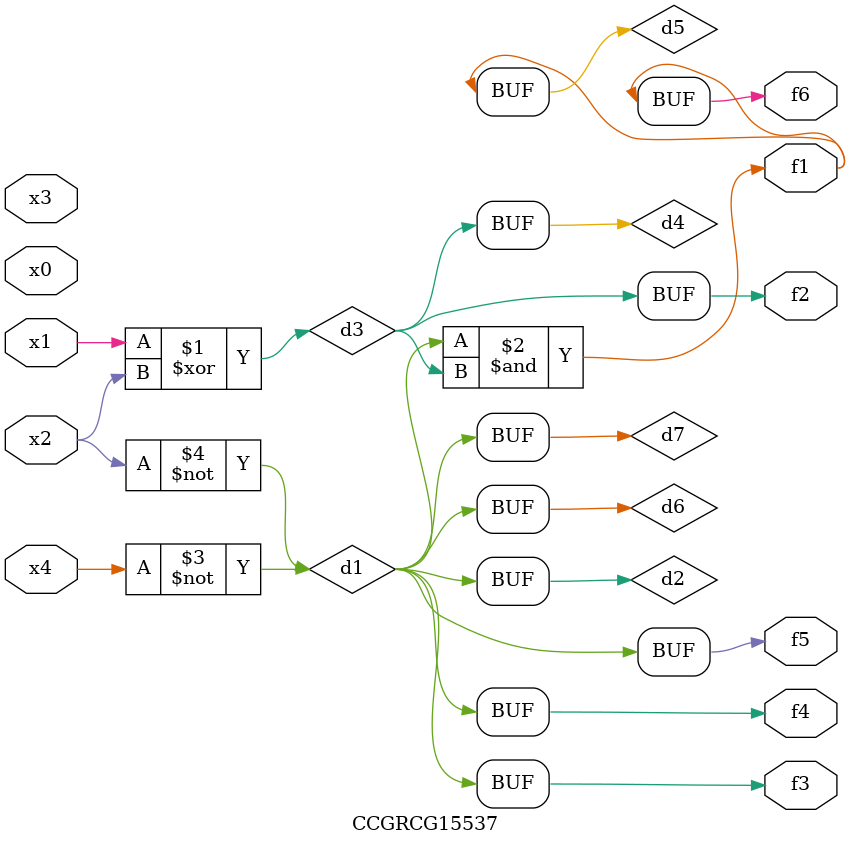
<source format=v>
module CCGRCG15537(
	input x0, x1, x2, x3, x4,
	output f1, f2, f3, f4, f5, f6
);

	wire d1, d2, d3, d4, d5, d6, d7;

	not (d1, x4);
	not (d2, x2);
	xor (d3, x1, x2);
	buf (d4, d3);
	and (d5, d1, d3);
	buf (d6, d1, d2);
	buf (d7, d2);
	assign f1 = d5;
	assign f2 = d4;
	assign f3 = d7;
	assign f4 = d7;
	assign f5 = d7;
	assign f6 = d5;
endmodule

</source>
